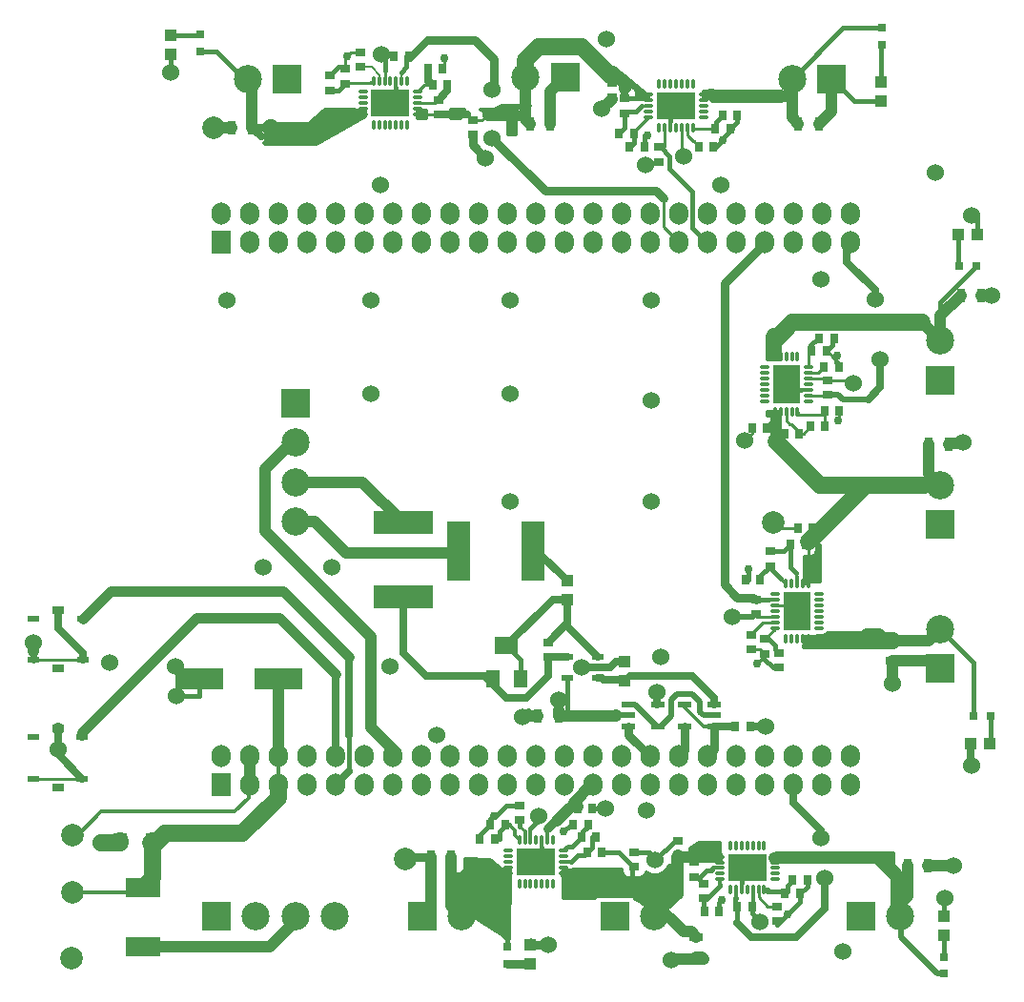
<source format=gtl>
G04 DipTrace 3.3.1.3*
G04 Powerboardv0.7.gtl*
%MOMM*%
G04 #@! TF.FileFunction,Copper,L1,Top*
G04 #@! TF.Part,Single*
G04 #@! TA.AperFunction,Conductor*
%ADD14C,0.508*%
%ADD15C,1.016*%
%ADD16C,0.3048*%
G04 #@! TA.AperFunction,ViaPad*
%ADD17C,1.524*%
G04 #@! TA.AperFunction,Conductor*
%ADD18C,0.381*%
%ADD19C,0.55*%
G04 #@! TA.AperFunction,ViaPad*
%ADD20C,0.762*%
G04 #@! TA.AperFunction,Conductor*
%ADD21C,0.635*%
%ADD22C,0.254*%
G04 #@! TA.AperFunction,CopperBalancing*
%ADD23C,0.3*%
G04 #@! TA.AperFunction,Conductor*
%ADD24C,0.7*%
%ADD25C,0.6*%
%ADD26C,0.889*%
%ADD27C,0.2032*%
%ADD30R,4.2X1.9*%
%ADD34R,0.8X1.2*%
%ADD35R,1.2X0.8*%
%ADD36R,1.3X1.4*%
%ADD37R,0.8X0.8*%
%ADD38R,3.15X1.78*%
%ADD39R,2.0X5.3*%
%ADD40R,5.3X2.0*%
G04 #@! TA.AperFunction,ComponentPad*
%ADD42C,2.5*%
%ADD43R,2.5X2.5*%
%ADD44C,2.0*%
%ADD48O,1.7X2.0*%
%ADD49R,1.7X2.0*%
%ADD51R,1.0X1.1*%
%ADD52R,1.1X1.0*%
%ADD53R,0.7X0.9*%
%ADD54R,2.0X1.6*%
%ADD55R,1.3X1.6*%
%ADD56R,0.9X0.7*%
%ADD57R,1.0X0.6*%
%ADD58R,1.0X0.8*%
%ADD59R,1.2X0.55*%
%ADD61R,1.1X0.6*%
%ADD63O,0.3X0.85*%
%ADD64O,0.85X0.3*%
%ADD65R,3.4X2.4*%
%ADD67R,2.4X3.4*%
%FSLAX35Y35*%
G04*
G71*
G90*
G75*
G01*
G04 Top*
%LPD*%
X4127500Y587377D2*
D14*
X4191000D1*
X4381500Y396877D1*
X4387020D1*
X4387520Y397377D1*
X4413753D1*
X4508500Y492123D1*
Y635000D1*
X4556127Y682627D1*
X4699000D1*
X4762500Y619127D1*
Y523877D1*
X4794000Y492377D1*
X4889500D1*
X763997Y-124010D2*
D15*
X754000Y-134007D1*
D16*
Y-236000D1*
X630000Y-360000D1*
X-550000D1*
X-760000Y-570000D1*
X-810000D1*
X763997Y129990D2*
D15*
Y-124010D1*
X-95250Y-619123D2*
D17*
Y-955247D1*
X-180007Y-1040003D1*
X1017997Y-124010D2*
Y-236130D1*
X698500Y-555623D1*
X15877D1*
X-63500Y-635000D1*
X-111127D1*
X-95250Y-619123D1*
X-810000Y-1080000D2*
D16*
X-220003D1*
X-180007Y-1040003D1*
X1017997Y-124010D2*
Y129990D1*
D15*
Y818000D1*
X1020010Y820013D1*
X3508373Y635000D2*
D18*
Y539753D1*
Y476250D1*
X3587623D1*
Y825500D1*
X3506000Y492127D2*
D15*
X4016450D1*
X4016700Y492377D1*
D19*
X4127500D1*
X3508373Y539753D2*
D15*
X3506000Y492127D1*
X4629480Y587377D2*
D16*
Y561643D1*
X4793747Y397377D1*
X4889500D1*
D20*
Y191493D1*
D16*
X4827997Y129990D1*
X5078500Y395377D2*
D21*
X4889500Y397377D1*
X4127500D2*
D20*
Y322487D1*
X4319997Y129990D1*
X-1156813Y985000D2*
D22*
X-716813D1*
X-936813Y1430000D2*
D21*
Y1270190D1*
X-716813Y1050190D1*
Y985000D1*
X-719377Y-70000D2*
D22*
X-1159377D1*
X320010Y820013D2*
D18*
Y666750D1*
X111123D1*
X-939377Y375000D2*
D21*
Y150000D1*
X-719377Y-70000D1*
X-385250Y-619123D2*
D17*
Y-635000D1*
X-555627D1*
X3260000Y-614053D2*
D23*
Y-510000D1*
D18*
X3333750Y-436250D1*
Y-396873D1*
X6930000Y-1290000D2*
Y-1140000D1*
X6940000Y-1130000D1*
X3810000Y-333373D2*
X3921123D1*
X5225000Y-1205000D2*
Y-1185000D1*
X5234000Y-1176000D1*
D23*
Y-1056750D1*
X5225000Y-1205000D2*
D18*
Y-1265000D1*
X5300000Y-1340000D1*
X4365623Y-793750D2*
Y-775623D1*
X4310000Y-720000D1*
X4180000D1*
X4570000Y-618250D2*
X4541123D1*
X4365623Y-793750D1*
X7169873Y243750D2*
D21*
Y47627D1*
D18*
X7175500D1*
X5260000Y1390000D2*
D22*
Y1370000D1*
X5430000D1*
X5633830Y2158617D2*
X5458723D1*
X5414253Y2203087D1*
X5048250Y1365250D2*
D14*
X5235250D1*
D22*
X5260000Y1390000D1*
X5226703Y3045267D2*
Y2996010D1*
X5164843Y2934150D1*
X5725000Y3485000D2*
X5884467D1*
X5900743Y3468723D1*
X6103903D1*
X6127750Y3444877D1*
X6375000Y5945000D2*
D18*
X6132873D1*
X5930000Y6147873D1*
X7223123Y4762500D2*
Y4937127D1*
X7175500D1*
X63500Y6365877D2*
Y6207127D1*
X1936750Y6365877D2*
D22*
X1968500D1*
D18*
Y6223000D1*
D22*
Y6183050D1*
X1965000Y6186550D1*
Y6125000D1*
X2047873Y6350000D2*
X1936750D1*
Y6365877D1*
X2746377Y5648500D2*
D20*
Y5556250D1*
X2857500Y5445127D1*
X3980000Y5980000D2*
D24*
Y5970000D1*
D15*
X3890000Y5880000D1*
X4400000Y5410000D2*
D22*
X4310000D1*
X4280000Y5380000D1*
X4600000Y5710000D2*
Y5461000D1*
X4619623D1*
X-936627Y190500D2*
Y372250D1*
D15*
X-939377Y375000D1*
X3254377Y-1539873D2*
D22*
Y-1492250D1*
X3302000Y-1539873D1*
D20*
X3413123D1*
X2373500Y-762000D2*
D22*
X2143123D1*
Y-777873D1*
X2373500Y-762000D2*
D20*
X2143123D1*
Y-777873D1*
X4730750Y-1656373D2*
D15*
X4783750D1*
X4794250Y-1666873D1*
X4508500D1*
Y-1682750D1*
X6789250Y-844250D2*
Y-841373D1*
X7016747D1*
X6477000Y976500D2*
Y777877D1*
X6976873Y2905127D2*
X7096123Y2921000D1*
X7260527Y4222750D2*
X7350123D1*
X3436750Y5746750D2*
Y6035500D1*
X3565000Y6163750D1*
X5930000Y6147873D2*
Y5858750D1*
X5818000Y5746750D1*
X444500Y5715000D2*
X605623D1*
X6477000Y976500D2*
X6832877D1*
X6899377Y910000D1*
X2373500Y-762000D2*
Y-1220497D1*
X2300000Y-1293997D1*
X3857623Y920500D2*
D21*
X3714750D1*
Y920750D1*
X3857623Y920500D2*
X3968497D1*
X4016373Y968377D1*
X4095750D1*
X4629480Y397377D2*
D20*
Y185473D1*
D18*
X4573997Y129990D1*
X3326000Y492127D2*
D15*
X3238500D1*
D18*
Y539750D1*
X3190873Y492123D1*
Y476250D1*
X4387520Y587377D2*
X4381500D1*
D21*
Y698500D1*
X5208500Y395377D2*
X5349873D1*
D18*
Y396877D1*
X-1158877Y1143000D2*
D15*
Y1067863D1*
X-1156813Y1065800D1*
D25*
Y985000D1*
X3050000Y-1710000D2*
D20*
X3254373Y-1709873D1*
X6930000Y-1650000D2*
D18*
Y-1460000D1*
X3555000Y-859053D2*
D23*
Y-909053D1*
D20*
X3649053D1*
D15*
X3771873Y-1031873D1*
X4159247D1*
X4421370Y-1293997D1*
X4360000D1*
X3895000Y-725000D2*
D18*
X4045000D1*
X4160000Y-840000D1*
Y-1016750D1*
X4437247Y-1293997D1*
X4360000D1*
X4939000Y-761750D2*
X4920000D1*
D15*
X4556123D1*
Y-1097873D1*
X4360000Y-1293997D1*
X4939000Y-811750D2*
D23*
Y-761750D1*
X4710000Y-810000D2*
D18*
X4556123Y-761750D1*
X4180000Y-850000D2*
X4160000Y-840000D1*
X4570000Y-748250D2*
D15*
Y-1097873D1*
X4556123D1*
X4360000Y-1293997D2*
D20*
X4349750D1*
D15*
Y-1158877D1*
X4619623Y-1428750D1*
X4683123D1*
X4730750Y-1476373D1*
X7345750Y487750D2*
D18*
Y243750D1*
X7339873D1*
X7053123Y4762500D2*
Y4496753D1*
X7068750Y4481127D1*
X6375000Y6115000D2*
Y6445000D1*
X6380000Y6450000D1*
X330000Y6540000D2*
Y6535877D1*
X63500D1*
X1170000Y2214127D2*
D15*
X1341873D1*
X1619250Y1936750D1*
X2619373D1*
Y1952627D1*
X1170000Y2564127D2*
X1769747D1*
X2127250Y2206627D1*
X6380000Y6600000D2*
D18*
Y6604000D1*
X6036127D1*
X5580000Y6147877D1*
D22*
X5570000D1*
D15*
Y5990000D1*
X4890000D1*
X4875000Y6005000D1*
X4855227D1*
D23*
X4795000D1*
Y5955000D1*
X5580000Y6147877D2*
D15*
Y5804750D1*
X5638000Y5746750D1*
X330000Y6390000D2*
D18*
X468000D1*
X730063Y6127937D1*
X750000Y6147873D1*
X1770000Y5880000D2*
D23*
Y5830000D1*
X785623Y5715000D2*
D15*
Y6112250D1*
X750000Y6147873D1*
X1770000Y5830000D2*
D18*
X1400873D1*
X1206500Y5635627D1*
X864997D1*
D21*
X785623Y5715000D1*
X952500D1*
D17*
X1016000Y5651500D1*
X3279373Y1952627D2*
D21*
X3317873D1*
X3582123Y1688377D1*
X3171920Y821250D2*
D18*
Y987317D1*
X3047987Y1111250D1*
X3582123Y1518377D2*
D21*
Y1312000D1*
X3413123Y1143000D1*
X3582123Y1518377D2*
X3455113D1*
X3047987Y1111250D1*
X3413123Y1143000D2*
X3571623Y1301500D1*
X3857623Y1015500D1*
X1170000Y-1293997D2*
D15*
X1214253D1*
X948247Y-1560003D1*
X-180007D1*
X6899377Y2540000D2*
D18*
X6750000D1*
D17*
X6235210D1*
X5826837D1*
X5441037Y2925800D1*
D15*
Y3014733D1*
Y3143633D1*
D23*
X5453753Y3156350D1*
X5430000D1*
Y3190000D1*
X5675000Y1665000D2*
X5725000D1*
X5730000Y1670000D1*
D22*
Y2034790D1*
D17*
X5819840Y2124630D1*
X6235210Y2540000D1*
X5763830Y2158617D2*
D22*
X5785853D1*
X5819840Y2124630D1*
X5700000Y2010000D2*
X5705210D1*
X5730000Y2034790D1*
X5356703Y3045267D2*
Y3059300D1*
X5441037Y3143633D1*
X5517253Y2994413D2*
X5461357D1*
X5441037Y3014733D1*
X6796873Y2905127D2*
D15*
Y2642503D1*
X6899377Y2540000D1*
X5430000Y3190000D2*
D23*
X5480000D1*
X2260000Y5852127D2*
Y5880000D1*
X4305000Y5955000D2*
Y6005000D1*
X3215000Y6163750D2*
D15*
Y5788500D1*
X3256750Y5746750D1*
X2260000Y5830000D2*
D22*
X2440000D1*
D21*
X2694877D1*
D22*
X2746373Y5778500D1*
X2825747D1*
X2873373Y5826127D1*
D26*
X3177373D1*
D22*
X3256750Y5746750D1*
X4095750Y5972000D2*
D18*
X4252000D1*
X4285000Y6005000D1*
D23*
X4305000D1*
X3215000Y6163750D2*
D17*
Y6310627D1*
X3333750Y6429377D1*
X3714747D1*
X3967710Y6176413D1*
X3980000Y6188703D1*
D24*
Y6110000D1*
X4040710Y6170710D1*
D15*
Y6151040D1*
X4114850Y6076900D1*
X4095750Y6057800D1*
D24*
Y5972000D1*
X3857623Y825500D2*
D21*
X3889373D1*
X3905247Y809627D1*
X4095750D1*
Y798377D1*
D18*
X4100377D1*
X4143377Y841377D1*
D21*
X4699000D1*
X4889500Y650877D1*
Y587377D1*
X3165000Y-435000D2*
D18*
Y-495000D1*
D22*
X3210000Y-540000D1*
D23*
Y-614053D1*
X5430000Y1320000D2*
D22*
X5320000D1*
X5210000Y1210000D1*
X5220000D1*
X4650000Y5710000D2*
Y5640000D1*
X4700000Y5590000D1*
X4710000D1*
X4755000Y5545000D1*
X3033623Y-477750D2*
D18*
X3067750D1*
D22*
X3116477Y-526477D1*
D23*
Y-570530D1*
X3160000Y-614053D1*
X2939873Y-603250D2*
D18*
X2984500D1*
Y-539750D1*
X3046500Y-477750D1*
X3033623D1*
X5430000Y1270000D2*
D22*
Y1260000D1*
X5340000Y1170000D1*
D18*
X5370500D1*
X5429250Y1111250D1*
Y1082500D1*
X5462500Y1049250D1*
X4900000Y5700000D2*
D22*
X4710000D1*
X4700000Y5710000D1*
X4965873Y5826123D2*
D18*
Y5823127D1*
X4905373Y5762627D1*
Y5705373D1*
X4900000Y5700000D1*
X3555000Y-709053D2*
D23*
X3592577Y-671477D1*
D18*
X3628523D1*
X3710000Y-590000D1*
X3770000Y-480000D2*
Y-490000D1*
X3720000Y-540000D1*
Y-580000D1*
X3710000Y-590000D1*
X5390000Y1820000D2*
Y1800000D1*
X5481477Y1708523D1*
D23*
X5525000Y1665000D1*
X5300000Y1700000D2*
D18*
Y1730000D1*
X5390000Y1820000D1*
X4175000Y5665000D2*
D22*
Y5675000D1*
X4305000Y5805000D1*
X4175000Y5665000D2*
D18*
Y5575000D1*
X4140000Y5540000D1*
X3555000Y-809053D2*
D23*
X3620947D1*
D18*
X3680000Y-750000D1*
X3740000D1*
X3765000Y-725000D1*
X3810000Y-680000D1*
Y-590000D1*
X3840000D1*
X5570000Y2010000D2*
Y1810000D1*
X5619750Y1760250D1*
D22*
Y1721300D1*
X5625000Y1726550D1*
D23*
Y1665000D1*
X5390000Y1950000D2*
D18*
X5510000D1*
X5570000Y2010000D1*
X4095750Y5842000D2*
X4079877Y5857877D1*
X4197877D1*
X4245000Y5905000D1*
D22*
X4305000D1*
X4095750Y5842000D2*
D18*
Y5715750D1*
X4045000Y5665000D1*
X4800000Y-1130000D2*
Y-1240000D1*
X4805000Y-1245000D1*
X4800000Y-1130000D2*
X4830000D1*
X4940000Y-1020000D1*
Y-1009997D1*
X4939000Y-1008997D1*
D23*
Y-961750D1*
X5875687Y3058167D2*
D22*
Y3165433D1*
X5631773D1*
Y3188227D1*
X5630000Y3190000D1*
X5875687Y3058167D2*
Y3195357D1*
X5870607Y3200437D1*
X2349500Y6238873D2*
D21*
Y6130500D1*
X2390000Y6090000D1*
D22*
X2320000D1*
X2260000Y6030000D1*
X4710000Y-940000D2*
D18*
X4740000D1*
X4800000Y-1000000D1*
X4710000Y-940000D2*
X4760000D1*
X4820000Y-880000D1*
X4864397D1*
X4882647Y-861750D1*
D23*
X4939000D1*
X5647253Y2994413D2*
D22*
Y3011893D1*
X5577277Y3081870D1*
X5557297D1*
X5530047Y3109120D1*
Y3189953D1*
X5530000Y3190000D1*
X5647253Y2994413D2*
X5681933D1*
X5745687Y3058167D1*
X2260000Y5930000D2*
X2410000D1*
X2440000Y5960000D1*
X2520000Y6090000D2*
Y6040000D1*
D21*
X2440000Y5960000D1*
X5284000Y-1056750D2*
D22*
Y-1124000D1*
X5363500Y-1203500D1*
X5445123D1*
X5725000Y3535000D2*
X5810287D1*
X5866100Y3590813D1*
X1750000Y6250000D2*
D27*
X1846250D1*
X1920000Y6176250D1*
Y6120000D1*
X1915000Y6125000D1*
X5334000Y-1056750D2*
D23*
X5364050D1*
D18*
Y-1065947D1*
X5495947D1*
X5520000Y-1090000D1*
X5586500Y-966877D2*
Y-969873D1*
X5540373Y-1016000D1*
Y-1069627D1*
X5520000Y-1090000D1*
X5725000Y3585000D2*
D22*
Y3698170D1*
X5756363Y3729533D1*
X5823123Y3841750D2*
D18*
X5810250D1*
X5746750Y3778250D1*
Y3739147D1*
X5756363Y3729533D1*
X1865000Y6125000D2*
D22*
Y6120000D1*
X1840000D1*
X1830000Y6110000D1*
X1620000D1*
X1615000Y6105000D1*
X1476377Y6045377D2*
D18*
X1555377D1*
X1615000Y6105000D1*
X2650000Y-1293997D2*
D15*
X2630000Y-1273997D1*
D18*
Y-1074250D1*
X3050000Y-1494250D1*
Y-1560000D1*
X3065000Y-859053D2*
D23*
Y-909053D1*
X3030947D1*
D15*
X2955000Y-985000D1*
Y-988997D1*
X2650000Y-1293997D1*
X2553500Y-762000D2*
Y-1197497D1*
D20*
X2650000Y-1293997D1*
X6930000Y-1800000D2*
D14*
X6870000D1*
X6550000Y-1480000D1*
Y-1080000D1*
X6590000D1*
Y-1020000D1*
X6540000Y-1070000D1*
Y-1293997D1*
X5429000Y-761750D2*
D23*
X5518300D1*
D15*
X6361750D1*
X6510000Y-910000D1*
Y-1263997D1*
X6540000Y-1293997D1*
Y-1182627D1*
X6609250Y-1113377D1*
Y-844250D1*
X5425000Y-770947D2*
X5512667Y-775703D1*
D23*
X5518300Y-761750D1*
X6899377Y1260000D2*
D18*
X7195750Y963627D1*
Y487750D1*
X5675000Y1175000D2*
D23*
X5725000D1*
X6477000Y1156500D2*
D15*
X6795877D1*
X6899377Y1260000D1*
X6477000Y1156500D2*
D17*
X6315873D1*
X6350000Y1190627D1*
X6254750D1*
X6899377Y3820000D2*
D18*
Y4161753D1*
X7218750Y4481127D1*
X5430000Y3680000D2*
D16*
Y3826623D1*
D17*
X5588003Y3984627D1*
X6734750D1*
D15*
X6899377Y3820000D1*
Y4041600D1*
X7080527Y4222750D1*
X2177877Y6350000D2*
D27*
X2159000D1*
D18*
Y6254750D1*
X2111373Y6207123D1*
D27*
Y6125000D1*
X2115000D1*
X4574010Y4696003D2*
D22*
X4440000Y4830013D1*
Y5084123D1*
D20*
X4374123Y5150000D1*
X3390750D1*
X2921000Y5619750D1*
Y6048377D2*
D22*
X2936873D1*
D20*
Y6318250D1*
X2762247Y6492877D1*
X2349503D1*
D21*
X2190000Y6333373D1*
D22*
Y6337877D1*
X2177877Y6350000D1*
X4400000Y5540000D2*
X4450000D1*
Y5710000D1*
X4400000Y5540000D2*
D18*
X4413627D1*
X4492623Y5461003D1*
Y5349877D1*
X4699000Y5143500D1*
Y4825013D1*
X4828010Y4696003D1*
X5430000Y1520000D2*
D23*
X5368450D1*
D18*
X5260000D1*
X5336010Y4696003D2*
D20*
Y4685133D1*
X4980000Y4329123D1*
Y1655750D1*
X5095873Y1539877D1*
X5240127D1*
X5260000Y1520000D1*
X5725000Y3335000D2*
D22*
X5897020D1*
X5900743Y3338723D1*
D14*
X5991277D1*
X6030000Y3300000D1*
X6260000D1*
D21*
X6365873Y3405873D1*
Y3651250D1*
X6318250Y4191000D2*
D14*
Y4271750D1*
D21*
X6070000Y4520000D1*
Y4667993D1*
D14*
X6098010Y4696003D1*
X1170000Y2914127D2*
D15*
X1136127D1*
X904873Y2682873D1*
Y2127250D1*
X1840000Y1192127D1*
Y382500D1*
X2050000Y172500D1*
Y145993D1*
X2033997Y129990D1*
X3811997Y-124010D2*
X3797113D1*
X3641167Y-279960D1*
X3680000Y-318793D1*
D24*
Y-333373D1*
X3603627D1*
D15*
X3492500Y-444500D1*
D20*
Y-428627D1*
X3410000Y-511127D1*
D23*
Y-614053D1*
X5084000Y-1056750D2*
Y-1127497D1*
D18*
X5080000D1*
Y-1190000D1*
X5095000Y-1205000D1*
Y-1348500D1*
D21*
X5222873Y-1476373D1*
X5619753D1*
X5873750Y-1222377D1*
Y-952500D1*
X5840000Y-600000D2*
D18*
Y-530000D1*
D21*
X5589997Y-279997D1*
Y-124010D1*
X2127250Y1546627D2*
Y1047750D1*
X2333623Y841377D1*
X2943113D1*
X2922987Y821250D1*
X2877623D1*
X3048000Y650877D1*
X3222627D1*
X3413123Y841373D1*
Y1013000D1*
X3587623Y1015500D1*
X3360000Y-614053D2*
D23*
Y-681550D1*
D18*
Y-777500D1*
X3341553D1*
X3310000Y-809053D1*
X3640000Y-480000D2*
X3615750D1*
X3556000Y-539750D1*
X3320000Y-760000D2*
X3341553Y-777500D1*
X3420000Y-760000D2*
X3360000Y-777500D1*
X3320000Y-865000D2*
X3341553Y-777500D1*
X3360000Y-681550D2*
Y-759053D1*
X3310000Y-809053D1*
X2903623Y-477750D2*
Y-430123D1*
X2936873Y-396873D1*
X3165000Y-305000D2*
X3044627D1*
X2952753Y-396873D1*
X2936873D1*
X2809873Y-603247D2*
Y-571500D1*
X2903623Y-477750D1*
X5170000Y1700000D2*
X5191123D1*
Y1793877D1*
X5572123Y1524000D2*
Y1517000D1*
X5556250D1*
Y1488750D1*
X5584377Y1460623D1*
X5625000Y1420000D1*
X5220000Y1080000D2*
D22*
X5300000D1*
X5340000Y1040000D1*
X5358000D1*
X5270500Y952500D1*
X5430000Y1470000D2*
X5514373D1*
X5575000D1*
X5625000Y1420000D1*
X5667373Y1524003D2*
X5514373Y1470000D1*
X5572123Y1428750D2*
D18*
X5556250Y1517000D1*
X5667373Y1428753D2*
X5651500Y1444627D1*
X5625000Y1420000D1*
X5667373Y1333500D2*
X5584377Y1460623D1*
X5572123Y1333503D2*
X5651500Y1444627D1*
X5340000Y1040000D2*
X5334000D1*
Y1000123D1*
X5414873Y919250D1*
X5462500D1*
X4500000Y5710000D2*
D23*
Y5771550D1*
D18*
Y5802877D1*
X4445000Y5857877D1*
X4270000Y5540000D2*
Y5640000D1*
D22*
X4300000D1*
X4885000Y5545000D2*
X4905000D1*
D18*
X4965787Y5605787D1*
D22*
Y5615787D1*
D18*
X5050000Y5700000D1*
D22*
X5030000D1*
X4445000Y5857877D2*
X4556123D1*
X4445000D2*
D18*
X4502877D1*
X4550000Y5905000D1*
X5095873Y5826123D2*
Y5765873D1*
X5030000Y5700000D1*
X5650000Y-1090000D2*
Y-1160373D1*
X5445123Y-1365250D1*
Y-1333500D1*
X5080000Y-925000D2*
X5190000D1*
X5445123Y-1365250D2*
X5540373Y-1270000D1*
X4935000Y-1245000D2*
Y-1175000D1*
X4960000Y-1150000D1*
X5190000Y-820000D2*
Y-925000D1*
X5184000Y-861750D2*
Y-919000D1*
X5190000Y-925000D1*
X5716500Y-966877D2*
Y-1023500D1*
X5650000Y-1090000D1*
X5134000Y-1056750D2*
D23*
Y-995200D1*
D18*
Y-911750D1*
X5184000Y-861750D1*
X5886363Y3729533D2*
D22*
X5895573D1*
X5942577Y3682530D1*
X5967967Y3657140D1*
Y3618947D1*
X5996100Y3590813D1*
X6000607Y3200437D2*
Y3099393D1*
X5990000Y3110000D1*
X5996100Y3590813D2*
Y3629007D1*
X5967967Y3657140D1*
X5942577Y3682530D2*
X5972530D1*
X5980000Y3690000D1*
X5725000Y3385000D2*
X5543997D1*
X5476873Y3317877D1*
X5725000Y3385000D2*
D23*
X5663450D1*
D18*
X5580000D1*
X5530000Y3435000D1*
X5886363Y3729533D2*
X5888533D1*
X5937250Y3778250D1*
Y3825877D1*
X5953123Y3841750D1*
X2065000Y6125000D2*
D23*
Y6063450D1*
D18*
Y6030000D1*
Y5980000D1*
X2015000Y5930000D1*
X2016123Y5984877D2*
X2065000Y6030000D1*
X1750000Y6380000D2*
D22*
X1660000D1*
X1630000Y6350000D1*
X1615000Y6235000D2*
Y6335000D1*
X1630000Y6350000D1*
X2479500Y6238873D2*
X2492373D1*
Y6334127D1*
X1476377Y6175377D2*
D18*
X1555750Y6254750D1*
X1595250D1*
X1615000Y6235000D1*
X-716813Y1355000D2*
D26*
X-471813Y1600000D1*
X1067000D1*
X1650000Y1017000D1*
D21*
Y315060D1*
D18*
Y-7D1*
D21*
X1525997Y-124010D1*
X-719377Y300000D2*
Y344247D1*
D26*
X296377Y1360000D1*
X1030000D1*
X1525997Y864003D1*
D21*
Y129990D1*
D17*
X3508373Y635000D3*
X3333750Y-396873D3*
X3921123Y-333373D3*
X7175500Y4937127D3*
X63500Y6207127D3*
X2857500Y5445127D3*
X3413123Y-1539873D3*
X4508500Y-1682750D3*
X7016747Y-841373D3*
X6477000Y777877D3*
X7096123Y2921000D3*
X7350123Y4222750D3*
X3333750Y-396873D3*
X3921123Y-333373D3*
D3*
X2921000Y5619750D3*
Y6048377D3*
X6365873Y3651250D3*
X6318250Y4191000D3*
X5873750Y-952500D3*
X5840000Y-600000D3*
D20*
X3556000Y-539750D3*
X2936873Y-396873D3*
X5191123Y1793877D3*
X5572123Y1524000D3*
X5270500Y952500D3*
X4300000Y5640000D3*
X4965787Y5605787D3*
X5540373Y-1270000D3*
X4960000Y-1150000D3*
X5990000Y3110000D3*
X5980000Y3690000D3*
X1630000Y6350000D3*
X2492373Y6334127D3*
D17*
X4381500Y698500D3*
X5048250Y1365250D3*
D20*
X5476873Y3540127D3*
Y3317877D3*
X5080000Y-820000D3*
X5190000D3*
X5290000D3*
X5080000Y-925000D3*
X5190000D3*
X5290000D3*
X3210000Y-760000D3*
X3320000D3*
X3420000D3*
X3210000Y-865000D3*
X3320000D3*
X3420000D3*
D17*
X3930000Y6500000D3*
X5842000Y4365627D3*
X4286250Y-349250D3*
X7175500Y47627D3*
X4953000Y5207000D3*
X-555627Y-635000D3*
X-936627Y190500D3*
X2428873Y317500D3*
X3079750Y2397127D3*
X1930000Y5200000D3*
X3079750Y4178877D3*
X1936750Y6365877D3*
X1492250Y1809750D3*
X-480000Y960000D3*
X111123Y666750D3*
X6940000Y-1130000D3*
X1841500Y4178877D3*
X2010000Y930000D3*
X4280000Y5380000D3*
X3079750Y3349623D3*
X3890000Y5880000D3*
X889000Y1809750D3*
X1841500Y3349623D3*
X560000Y4178877D3*
X4365623Y-793750D3*
X5164843Y2934150D3*
X110000Y930000D3*
X4328127Y4178877D3*
X3714750Y920750D3*
X4413250Y1016000D3*
X6858000Y5318127D3*
X4619623Y5461000D3*
X6032500Y-1603373D3*
X5300000Y-1340000D3*
X6127750Y3444877D3*
D20*
X1905000Y5984877D3*
X2016123D3*
X4445000Y5857877D3*
X4556123D3*
D17*
X3190873Y476250D3*
X5349873Y396877D3*
D20*
X5667373Y1524003D3*
X5572123Y1428750D3*
X5667373Y1428753D3*
Y1333500D3*
X5572123Y1333503D3*
Y3540127D3*
X5476873Y3429000D3*
X5572123D3*
Y3317877D3*
X4445000Y5953127D3*
X4556123D3*
X4651373Y5857877D3*
Y5953127D3*
X1905000Y5873750D3*
X2016123D3*
X2127250Y5984877D3*
Y5873750D3*
D17*
X4328127Y2397127D3*
Y3288003D3*
X-1158877Y1143000D3*
X5394030Y3908213D2*
D23*
X5509130D1*
X5374287Y3878550D2*
X5474740D1*
X5367900Y3848887D2*
X5474740D1*
X5367900Y3819223D2*
X5474740D1*
X5367900Y3789560D2*
X5474740D1*
X5367900Y3759897D2*
X5474740D1*
X5367900Y3730233D2*
X5474740D1*
X5367900Y3700570D2*
X5474740D1*
X5367900Y3670907D2*
X5474740D1*
X5477750Y3650433D2*
X5478020Y3876320D1*
X5479613Y3880733D1*
X5482490Y3884440D1*
X5536493Y3927703D1*
X5478080Y3937470D1*
X5391267Y3908530D1*
X5364873Y3868960D1*
Y3650340D1*
X5477700Y3650377D1*
X5699227Y1193587D2*
X6322220D1*
X5699227Y1163923D2*
X6322220D1*
X5697937Y1134260D2*
X6322220D1*
X5685400Y1104597D2*
X6322220D1*
X5901187Y1223260D2*
X5893743Y1215857D1*
X5884703Y1209287D1*
X5874750Y1204217D1*
X5864123Y1200763D1*
X5853087Y1199013D1*
X5801217Y1198797D1*
X5801203Y1193797D1*
X5696157D1*
X5695987Y1141913D1*
X5694237Y1130877D1*
X5690783Y1120250D1*
X5685713Y1110297D1*
X5682377Y1105357D1*
X5682373Y1094537D1*
X6325250Y1094500D1*
X6325247Y1222020D1*
X6310263Y1223250D1*
X5901267D1*
X2947613Y5876713D2*
X3138233D1*
X2256400Y5847050D2*
X2326740D1*
X2553557D2*
X2640300D1*
X2852760D2*
X3128330D1*
X2256400Y5817387D2*
X2326740D1*
X2553557D2*
X2633093D1*
X2859907D2*
X3128273D1*
X3062853Y5787723D2*
X3128273D1*
X3066017Y5758060D2*
X3128273D1*
X3066017Y5728397D2*
X3128273D1*
X3066017Y5698733D2*
X3128273D1*
X3066017Y5669070D2*
X3128273D1*
X2305320Y5861100D2*
X2293087Y5859013D1*
X2253343Y5858793D1*
X2253373Y5793487D1*
X2329710Y5793500D1*
X2329720Y5861053D1*
X2305423Y5861093D1*
X3191307Y5903550D2*
X3252120D1*
X3252550Y5906410D1*
X3003923Y5906377D1*
X2941400Y5875327D1*
X2937933Y5874667D1*
X2818350Y5874627D1*
X2828277Y5869737D1*
X2835893Y5864200D1*
X2842550Y5857543D1*
X2848087Y5849927D1*
X2852360Y5841537D1*
X2855270Y5832580D1*
X2856743Y5823280D1*
X2856930Y5793557D1*
X3050347Y5793313D1*
X3054810Y5791863D1*
X3058607Y5789107D1*
X3061363Y5785310D1*
X3062813Y5780847D1*
X3063000Y5733503D1*
Y5650603D1*
X3131370Y5650627D1*
X3131243Y5843547D1*
X3131983Y5852933D1*
X3134180Y5862087D1*
X3137783Y5870787D1*
X3142703Y5878817D1*
X3148817Y5885977D1*
X3155977Y5892090D1*
X3164007Y5897010D1*
X3172707Y5900613D1*
X3181860Y5902810D1*
X3191267Y5903550D1*
X2636097Y5793447D2*
X2636283Y5823280D1*
X2637757Y5832580D1*
X2640667Y5841537D1*
X2644940Y5849927D1*
X2650473Y5857543D1*
X2657133Y5864203D1*
X2664750Y5869737D1*
X2673157Y5874017D1*
X2666903Y5874627D1*
X2550607D1*
X2550553Y5793553D1*
X2636123Y5793500D1*
X4013783Y6210087D2*
X4043520D1*
X4093520Y6150760D2*
X4114733D1*
X4093577Y6121097D2*
X4150327D1*
X4093577Y6091433D2*
X4185947D1*
X4184857Y6061770D2*
X4221510D1*
X4206123Y6032107D2*
X4257130D1*
X4209053Y6002443D2*
X4284140D1*
X4010753Y6210080D2*
X4035253Y6209893D1*
X4044553Y6208420D1*
X4050557Y6206740D1*
X4021347Y6231080D1*
X4010793Y6210050D1*
X4090553Y6135073D2*
Y6073617D1*
X4150730Y6073473D1*
X4160030Y6072000D1*
X4168987Y6069090D1*
X4177377Y6064817D1*
X4184993Y6059280D1*
X4191650Y6052623D1*
X4197187Y6045007D1*
X4201460Y6036617D1*
X4204370Y6027660D1*
X4205843Y6018360D1*
X4206030Y5983950D1*
X4287097Y5984000D1*
X4287123Y6009600D1*
X4082470Y6180147D1*
X4085983Y6173037D1*
X4088893Y6164080D1*
X4090367Y6154780D1*
X4090553Y6135073D1*
X1404090Y5844963D2*
X1785820D1*
X1370697Y5815300D2*
X1785353D1*
X1337360Y5785637D2*
X1733443D1*
X1303963Y5755973D2*
X1681537D1*
X914127Y5726310D2*
X1629627D1*
X914127Y5696647D2*
X1577720D1*
X914127Y5666983D2*
X1525810D1*
X914127Y5637320D2*
X1473903D1*
X913187Y5607657D2*
X1421993D1*
X898660Y5577993D2*
X1370087D1*
X1742523Y5858797D2*
X1731360Y5859673D1*
X1720497Y5862280D1*
X1710173Y5866557D1*
X1700647Y5872393D1*
X1697817Y5874623D1*
X1434437Y5874627D1*
X1293710Y5749837D1*
X1289373Y5748043D1*
X1285873Y5747627D1*
X911090D1*
X910947Y5613497D1*
X909473Y5604197D1*
X906563Y5595243D1*
X902287Y5586853D1*
X896753Y5579233D1*
X890080Y5572567D1*
X899613Y5571250D1*
X1361223D1*
X1788813Y5815560D1*
X1788797Y5858843D1*
X1742500Y5858853D1*
X5447277Y-759037D2*
X6480733D1*
X5447277Y-788700D2*
X6480733D1*
X6335343Y-818363D2*
X6480733D1*
X6364987Y-848027D2*
X6480733D1*
X6394633Y-877690D2*
X6480733D1*
X6424337Y-907353D2*
X6480733D1*
X6453983Y-937017D2*
X6480733D1*
X5456477Y-790547D2*
X5467640Y-791423D1*
X5478503Y-794030D1*
X5488827Y-798307D1*
X5498353Y-804143D1*
X5505870Y-810497D1*
X6320597Y-810687D1*
X6325060Y-812137D1*
X6328857Y-814893D1*
X6483230Y-969270D1*
X6493813Y-969250D1*
X6490283Y-963240D1*
X6486680Y-954540D1*
X6484483Y-945387D1*
X6483743Y-936000D1*
X6483927Y-742747D1*
X6485407Y-733430D1*
X6472520Y-729373D1*
X5868193D1*
X5850390Y-731997D1*
X5840000Y-732403D1*
X5829610Y-731997D1*
X5812237Y-729373D1*
X5444257D1*
X5444250Y-790597D1*
X5456303Y-790547D1*
X2681997Y-806663D2*
X2913217D1*
X2681997Y-836327D2*
X2948840D1*
X2681587Y-865990D2*
X2984460D1*
X2669343Y-895653D2*
X3076737D1*
X2570623Y-925317D2*
X3075973D1*
X2572910Y-954980D2*
X3075270D1*
X2575193Y-984643D2*
X3074567D1*
X2577477Y-1014307D2*
X3073863D1*
X2579703Y-1043970D2*
X3073160D1*
X2581990Y-1073633D2*
X3072460D1*
X2584273Y-1103297D2*
X3071757D1*
X2586560Y-1132960D2*
X3071053D1*
X2588843Y-1162623D2*
X3070350D1*
X2613510Y-1192287D2*
X3069647D1*
X2649073Y-1221950D2*
X3068943D1*
X2694360Y-1251613D2*
X3068240D1*
X2739647Y-1281277D2*
X3067537D1*
X2784937Y-1310940D2*
X3066833D1*
X2830223Y-1340603D2*
X3066130D1*
X2875453Y-1370267D2*
X3065427D1*
X2920740Y-1399930D2*
X3064723D1*
X2966030Y-1429593D2*
X3064023D1*
X3011317Y-1459257D2*
X3063260D1*
X3037523Y-880257D2*
X3026360Y-879380D1*
X3015497Y-876773D1*
X3004737Y-872253D1*
X2996873Y-871833D1*
X2992537Y-870040D1*
X2899450Y-792670D1*
X2678947Y-783053D1*
X2678823Y-863503D1*
X2677350Y-872803D1*
X2674440Y-881757D1*
X2670163Y-890147D1*
X2664630Y-897767D1*
X2657973Y-904423D1*
X2650353Y-909957D1*
X2641963Y-914233D1*
X2633010Y-917143D1*
X2623710Y-918617D1*
X2567153Y-918800D1*
X2586280Y-1168087D1*
X2628903Y-1210690D1*
X3065363Y-1496643D1*
X3080073Y-880243D1*
X3037500Y-880200D1*
X5804683Y1971463D2*
X5823993D1*
X5801930Y1941800D2*
X5823993D1*
X5781190Y1912137D2*
X5823993D1*
X5701277Y1882473D2*
X5823993D1*
X5701277Y1852810D2*
X5823993D1*
X5701277Y1823147D2*
X5823993D1*
X5701277Y1793483D2*
X5823993D1*
X5701277Y1763820D2*
X5823993D1*
X5701277Y1734157D2*
X5823993D1*
X5701277Y1704493D2*
X5823993D1*
X5801660Y2001080D2*
X5801473Y1955020D1*
X5800000Y1945720D1*
X5797090Y1936763D1*
X5792817Y1928373D1*
X5787280Y1920757D1*
X5780623Y1914100D1*
X5773007Y1908563D1*
X5764617Y1904290D1*
X5755660Y1901380D1*
X5746360Y1899907D1*
X5698240Y1899720D1*
X5698250Y1681887D1*
X5826963Y1681877D1*
X5827000Y2001117D1*
X5801633Y2001127D1*
X4715073Y-663787D2*
X4934987D1*
X4683260Y-693450D2*
X4934987D1*
X4802720Y-723113D2*
X4934987D1*
X4475860Y-871430D2*
X4559560D1*
X3558150Y-901093D2*
X4067483D1*
X4446157D2*
X4548427D1*
X3558150Y-930757D2*
X4082367D1*
X4277367D2*
X4537297D1*
X3558150Y-960420D2*
X4526223D1*
X3558150Y-990083D2*
X4515090D1*
X3558150Y-1019747D2*
X4503960D1*
X3558150Y-1049410D2*
X4492827D1*
X3558150Y-1079073D2*
X4481697D1*
X3558150Y-1108737D2*
X4470563D1*
X4202433Y-1138400D2*
X4459433D1*
X4261783Y-1168063D2*
X4448360D1*
X4321133Y-1197727D2*
X4437230D1*
X4380423Y-1227390D2*
X4426097D1*
X3843793Y-1112793D2*
X4191203D1*
Y-1134293D1*
X4420940Y-1249140D1*
X4571237Y-848313D1*
X4514747Y-848143D1*
X4505447Y-846670D1*
X4496490Y-843760D1*
X4492197Y-841780D1*
X4487950Y-844420D1*
X4483597Y-853860D1*
X4478517Y-862930D1*
X4472740Y-871577D1*
X4466303Y-879740D1*
X4459247Y-887373D1*
X4451613Y-894430D1*
X4443450Y-900867D1*
X4434803Y-906643D1*
X4425733Y-911723D1*
X4416293Y-916077D1*
X4406540Y-919673D1*
X4396533Y-922497D1*
X4386337Y-924523D1*
X4376013Y-925747D1*
X4365623Y-926153D1*
X4355233Y-925747D1*
X4344910Y-924523D1*
X4334713Y-922497D1*
X4324707Y-919673D1*
X4314953Y-916077D1*
X4305513Y-911723D1*
X4289113Y-901747D1*
X4287343Y-908617D1*
X4283740Y-917317D1*
X4278820Y-925343D1*
X4272703Y-932503D1*
X4265543Y-938620D1*
X4257517Y-943540D1*
X4248817Y-947143D1*
X4239660Y-949340D1*
X4230273Y-950080D1*
X4124747Y-949893D1*
X4115447Y-948420D1*
X4106490Y-945510D1*
X4098100Y-941237D1*
X4090483Y-935703D1*
X4083823Y-929043D1*
X4078290Y-921427D1*
X4074017Y-913037D1*
X4071107Y-904080D1*
X4069633Y-894780D1*
X4069447Y-872203D1*
X3661773Y-872250D1*
X3655113Y-876107D1*
X3644203Y-880627D1*
X3632720Y-883383D1*
X3620947Y-884310D1*
X3609173Y-883383D1*
X3596717Y-880267D1*
X3555140Y-880260D1*
X3555123Y-1127980D1*
X3828783Y-1128000D1*
X3828797Y-1112793D1*
X3843793D1*
X4680280Y-687620D2*
Y-708360D1*
X4764980Y-708527D1*
X4774280Y-710000D1*
X4783237Y-712910D1*
X4791627Y-717183D1*
X4799243Y-722717D1*
X4805903Y-729377D1*
X4811447Y-737010D1*
X4813667Y-737743D1*
X4938023Y-731820D1*
X4938000Y-634163D1*
X4751653Y-634123D1*
X4680303Y-687613D1*
X5367900Y3162090D2*
X5455817D1*
X5447110Y3132423D2*
X5458160D1*
X5461137Y3144553D2*
X5459673Y3151360D1*
X5458797Y3162523D1*
Y3191733D1*
X5364853Y3191750D1*
X5365030Y3155547D1*
X5401483Y3155360D1*
X5410783Y3153887D1*
X5419740Y3150977D1*
X5428130Y3146703D1*
X5435747Y3141167D1*
X5442403Y3134510D1*
X5447940Y3126893D1*
X5452213Y3118503D1*
X5455123Y3109547D1*
X5457077Y3101760D1*
X5461353Y3103713D1*
X5461140Y3144330D1*
X5415337Y2937657D2*
X5409867Y2936000D1*
X5416137D1*
X4796400Y6003713D2*
X5490637D1*
X4842860Y5974050D2*
X5490637D1*
X4822477Y5976203D2*
X4833640Y5975327D1*
X4844503Y5972720D1*
X4854827Y5968443D1*
X4864353Y5962607D1*
X4872850Y5955350D1*
X4875710Y5952253D1*
X5493663Y5952250D1*
X5493623Y6033390D1*
X4793333Y6033377D1*
X4793373Y5976257D1*
X4822460Y5976203D1*
D30*
X1020010Y820013D3*
X320010D3*
D34*
X2553500Y-762000D3*
X2373500D3*
X6609250Y-844250D3*
X6789250D3*
D35*
X6477000Y1156500D3*
Y976500D3*
D34*
X7080527Y4222750D3*
X7260527D3*
X5638000Y5746750D3*
X5818000D3*
X785623Y5715000D3*
X605623D3*
D35*
X4730750Y-1476373D3*
Y-1656373D3*
D34*
X6796873Y2905127D3*
X6976873D3*
X3256750Y5746750D3*
X3436750D3*
X3506000Y492127D3*
X3326000D3*
D36*
X-95250Y-619123D3*
X-385250D3*
D37*
X3050000Y-1710000D3*
Y-1560000D3*
X6930000Y-1650000D3*
Y-1800000D3*
X7345750Y487750D3*
X7195750D3*
X7068750Y4481127D3*
X7218750D3*
X6380000Y6450000D3*
Y6600000D3*
X330000Y6540000D3*
Y6390000D3*
D38*
X-180007Y-1560003D3*
Y-1040003D3*
D39*
X2619373Y1952627D3*
X3279373D3*
D40*
X2127250Y2206627D3*
Y1546627D3*
D42*
X3215000Y6163750D3*
D43*
X3565000D3*
D44*
X444500Y5715000D3*
X5414253Y2203087D3*
D42*
X1520000Y-1293997D3*
X1170000D3*
X820000D3*
D43*
X470000D3*
D42*
X1170000Y2214127D3*
Y2564127D3*
Y2914127D3*
D43*
Y3264127D3*
D44*
X-820000Y-1660000D3*
X2143123Y-777873D3*
X-810000Y-570000D3*
Y-1080000D3*
D42*
X4360000Y-1293997D3*
D43*
X4010000D3*
D42*
X6899377Y2540000D3*
D43*
Y2190000D3*
D42*
X2650000Y-1293997D3*
D43*
X2300000D3*
D42*
X6540000D3*
D43*
X6190000D3*
D42*
X6899377Y1260000D3*
D43*
Y910000D3*
D42*
Y3820000D3*
D43*
Y3470000D3*
D42*
X5580000Y6147873D3*
D43*
X5930000D3*
D42*
X750000D3*
D43*
X1100000D3*
D48*
X509997Y129990D3*
X763997D3*
X1017997D3*
X1271997D3*
X1525997D3*
X1779997D3*
X2033997D3*
X2287997D3*
X2541997D3*
X2795997D3*
X3049997D3*
X3303997D3*
X3557997D3*
X3811997D3*
X4065997D3*
X4319997D3*
X4573997D3*
X4827997D3*
X5081997D3*
X5335997D3*
X5589997D3*
X5843997D3*
X6097997D3*
Y-124010D3*
X5843997D3*
X5589997D3*
X5335997D3*
X5081997D3*
X4827997D3*
X4573997D3*
X4319997D3*
X4065997D3*
X3811997D3*
X3557997D3*
X3303997D3*
X3049997D3*
X2795997D3*
X2541997D3*
X2287997D3*
X2033997D3*
X1779997D3*
X1525997D3*
X1271997D3*
X1017997D3*
X763997D3*
D49*
X509997D3*
D48*
X510010Y4950003D3*
X764010D3*
X1018010D3*
X1272010D3*
X1526010D3*
X1780010D3*
X2034010D3*
X2288010D3*
X2542010D3*
X2796010D3*
X3050010D3*
X3304010D3*
X3558010D3*
X3812010D3*
X4066010D3*
X4320010D3*
X4574010D3*
X4828010D3*
X5082010D3*
X5336010D3*
X5590010D3*
X5844010D3*
X6098010D3*
Y4696003D3*
X5844010D3*
X5590010D3*
X5336010D3*
X5082010D3*
X4828010D3*
X4574010D3*
X4320010D3*
X4066010D3*
X3812010D3*
X3558010D3*
X3304010D3*
X3050010D3*
X2796010D3*
X2542010D3*
X2288010D3*
X2034010D3*
X1780010D3*
X1526010D3*
X1272010D3*
X1018010D3*
X764010D3*
D49*
X510010D3*
D51*
X3254377Y-1539873D3*
Y-1709873D3*
X6930000Y-1290000D3*
Y-1460000D3*
D52*
X7169873Y243750D3*
X7339873D3*
X7223123Y4762500D3*
X7053123D3*
D51*
X6375000Y5945000D3*
Y6115000D3*
X63500Y6365877D3*
Y6535877D3*
D53*
X5208500Y395377D3*
X5078500D3*
D54*
X3047987Y1111250D3*
D55*
X3171920Y821250D3*
X2922987D3*
D51*
X3582123Y1518377D3*
Y1688377D3*
X4095750Y968377D3*
Y798377D3*
D56*
X3413123Y1143000D3*
Y1013000D3*
D57*
X-719377Y300000D3*
X-1159377D3*
Y-70000D3*
X-719377D3*
D58*
X-939377Y375000D3*
Y-145000D3*
D57*
X-716813Y1355000D3*
X-1156813D3*
Y985000D3*
X-716813D3*
D58*
X-936813Y1430000D3*
Y910000D3*
D59*
X4127500Y587377D3*
Y492377D3*
Y397377D3*
X4387520D3*
Y587377D3*
X4889500Y397377D3*
Y492377D3*
Y587377D3*
X4629480D3*
Y397377D3*
D61*
X3857623Y825500D3*
Y920500D3*
Y1015500D3*
X3587623D3*
Y825500D3*
D56*
X4180000Y-850000D3*
Y-720000D3*
X4570000Y-748250D3*
Y-618250D3*
D53*
X2809873Y-603247D3*
X2939873D3*
X5716500Y-966877D3*
X5586500D3*
X3810000Y-333373D3*
X3680000D3*
X3765000Y-725000D3*
X3895000D3*
X3710000Y-590000D3*
X3840000D3*
X2903623Y-477750D3*
X3033623D3*
D56*
X3165000Y-305000D3*
Y-435000D3*
D53*
X3640000Y-480000D3*
X3770000D3*
X5225000Y-1205000D3*
X5095000D3*
D56*
X4710000Y-940000D3*
Y-810000D3*
X4800000Y-1130000D3*
Y-1000000D3*
D53*
X5650000Y-1090000D3*
X5520000D3*
D56*
X5445123Y-1333500D3*
Y-1203500D3*
D53*
X4935000Y-1245000D3*
X4805000D3*
D63*
X3160000Y-1004053D3*
X3210000D3*
X3260000D3*
X3310000D3*
X3360000D3*
X3410000D3*
X3460000D3*
D64*
X3555000Y-909053D3*
Y-859053D3*
Y-809053D3*
Y-759053D3*
Y-709053D3*
D63*
X3460000Y-614053D3*
X3410000D3*
X3360000D3*
X3310000D3*
X3260000D3*
X3210000D3*
X3160000D3*
D64*
X3065000Y-709053D3*
Y-759053D3*
Y-809053D3*
Y-859053D3*
Y-909053D3*
D65*
X3310000Y-809053D3*
D63*
X5334000Y-666750D3*
X5284000D3*
X5234000D3*
X5184000D3*
X5134000D3*
X5084000D3*
X5034000D3*
D64*
X4939000Y-761750D3*
Y-811750D3*
Y-861750D3*
Y-911750D3*
Y-961750D3*
D63*
X5034000Y-1056750D3*
X5084000D3*
X5134000D3*
X5184000D3*
X5234000D3*
X5284000D3*
X5334000D3*
D64*
X5429000Y-961750D3*
Y-911750D3*
Y-861750D3*
Y-811750D3*
Y-761750D3*
D65*
X5184000Y-861750D3*
D53*
X5763830Y2158617D3*
X5633830D3*
X5356703Y3045267D3*
X5226703D3*
D56*
X5462500Y919250D3*
Y1049250D3*
D53*
X5953123Y3841750D3*
X5823123D3*
D56*
X5260000Y1390000D3*
Y1520000D3*
D53*
X5570000Y2010000D3*
X5700000D3*
D56*
X5390000Y1820000D3*
Y1950000D3*
X5340000Y1040000D3*
Y1170000D3*
X5220000Y1080000D3*
Y1210000D3*
D53*
X5170000Y1700000D3*
X5300000D3*
D56*
X5900743Y3468723D3*
Y3338723D3*
D53*
X5647253Y2994413D3*
X5517253D3*
X5875687Y3058167D3*
X5745687D3*
X5886363Y3729533D3*
X5756363D3*
X5996100Y3590813D3*
X5866100D3*
X6000607Y3200437D3*
X5870607D3*
D64*
X5820000Y1270000D3*
Y1320000D3*
Y1370000D3*
Y1420000D3*
Y1470000D3*
Y1520000D3*
Y1570000D3*
D63*
X5725000Y1665000D3*
X5675000D3*
X5625000D3*
X5575000D3*
X5525000D3*
D64*
X5430000Y1570000D3*
Y1520000D3*
Y1470000D3*
Y1420000D3*
Y1370000D3*
Y1320000D3*
Y1270000D3*
D63*
X5525000Y1175000D3*
X5575000D3*
X5625000D3*
X5675000D3*
X5725000D3*
D67*
X5625000Y1420000D3*
D64*
X5335000Y3585000D3*
Y3535000D3*
Y3485000D3*
Y3435000D3*
Y3385000D3*
Y3335000D3*
Y3285000D3*
D63*
X5430000Y3190000D3*
X5480000D3*
X5530000D3*
X5580000D3*
X5630000D3*
D64*
X5725000Y3285000D3*
Y3335000D3*
Y3385000D3*
Y3435000D3*
Y3485000D3*
Y3535000D3*
Y3585000D3*
D63*
X5630000Y3680000D3*
X5580000D3*
X5530000D3*
X5480000D3*
X5430000D3*
D67*
X5530000Y3435000D3*
D56*
X2746377Y5778500D3*
Y5648500D3*
X3980000Y6110000D3*
Y5980000D3*
D53*
X5095873Y5826123D3*
X4965873D3*
D56*
X1476377Y6175377D3*
Y6045377D3*
X4400000Y5410000D3*
Y5540000D3*
X4095750Y5842000D3*
Y5972000D3*
D53*
X4175000Y5665000D3*
X4045000D3*
X5030000Y5700000D3*
X4900000D3*
X4885000Y5545000D3*
X4755000D3*
X4270000Y5540000D3*
X4140000D3*
X2047873Y6350000D3*
X2177873D3*
D56*
X2440000Y5960000D3*
Y5830000D3*
D53*
X2390000Y6090000D3*
X2520000D3*
D56*
X1615000Y6235000D3*
Y6105000D3*
X1750000Y6380000D3*
Y6250000D3*
D53*
X2479500Y6238873D3*
X2349500D3*
D63*
X4700000Y6100000D3*
X4650000D3*
X4600000D3*
X4550000D3*
X4500000D3*
X4450000D3*
X4400000D3*
D64*
X4305000Y6005000D3*
Y5955000D3*
Y5905000D3*
Y5855000D3*
Y5805000D3*
D63*
X4400000Y5710000D3*
X4450000D3*
X4500000D3*
X4550000D3*
X4600000D3*
X4650000D3*
X4700000D3*
D64*
X4795000Y5805000D3*
Y5855000D3*
Y5905000D3*
Y5955000D3*
Y6005000D3*
D65*
X4550000Y5905000D3*
D63*
X1865000Y5735000D3*
X1915000D3*
X1965000D3*
X2015000D3*
X2065000D3*
X2115000D3*
X2165000D3*
D64*
X2260000Y5830000D3*
Y5880000D3*
Y5930000D3*
Y5980000D3*
Y6030000D3*
D63*
X2165000Y6125000D3*
X2115000D3*
X2065000D3*
X2015000D3*
X1965000D3*
X1915000D3*
X1865000D3*
D64*
X1770000Y6030000D3*
Y5980000D3*
Y5930000D3*
Y5880000D3*
Y5830000D3*
D65*
X2015000Y5930000D3*
M02*

</source>
